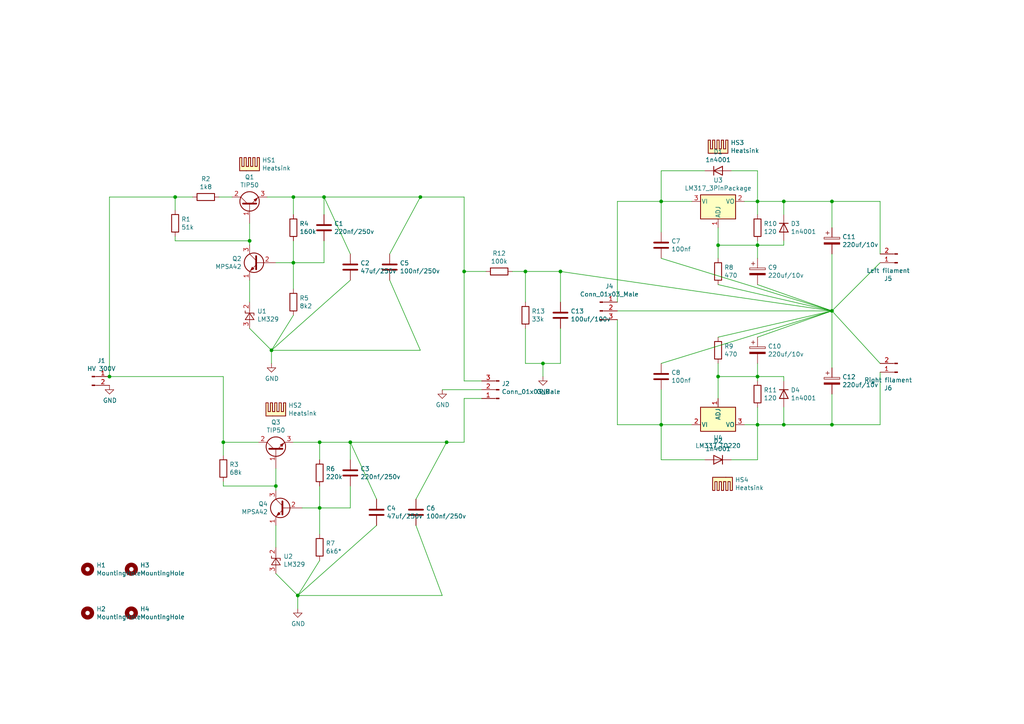
<source format=kicad_sch>
(kicad_sch (version 20230121) (generator eeschema)
  (paper "A4")
  (title_block (title "His Master's Noise Power supply") (date "2020-04-15") (rev "1") (comment 4 "Design SY pcb by tiberiu vicol"))
  (lib_symbols
    (symbol "Device:C" (pin_numbers hide) (pin_names (offset 0.254))
      (property "Reference" "C" (at 0.635 2.54 0))
      (property "Value" "C" (at 0.635 -2.54 0))
      (symbol "C_0_1"
        (polyline (pts (xy -2.032 -0.762) (xy 2.032 -0.762)) (stroke (width 0.508)))
        (polyline (pts (xy -2.032 0.762) (xy 2.032 0.762)) (stroke (width 0.508)))
      )
      (symbol "C_1_1"
        (pin passive line (at 0 3.81 270) (length 2.794) (name "~") (number "1"))
        (pin passive line (at 0 -3.81 90) (length 2.794) (name "~") (number "2"))
      )
    )
    (symbol "Device:D" (pin_numbers hide) (pin_names (offset 1.016) hide)
      (property "Reference" "D" (at 0 2.54 0))
      (property "Value" "D" (at 0 -2.54 0))
      (symbol "D_0_1"
        (polyline (pts (xy -1.27 1.27) (xy -1.27 -1.27)) (stroke (width 0.254)))
        (polyline (pts (xy 1.27 0) (xy -1.27 0)))
        (polyline (pts (xy 1.27 1.27) (xy 1.27 -1.27) (xy -1.27 0) (xy 1.27 1.27)) (stroke (width 0.254)))
      )
      (symbol "D_1_1"
        (pin passive line (at -3.81 0 0) (length 2.54) (name "K") (number "1"))
        (pin passive line (at 3.81 0 180) (length 2.54) (name "A") (number "2"))
      )
    )
    (symbol "Device:R" (pin_numbers hide) (pin_names (offset 0))
      (property "Reference" "R" (at 2.032 0 90))
      (property "Value" "R" (at 0 0 90))
      (symbol "R_0_1"
        (rectangle (start -1.016 -2.54) (end 1.016 2.54) (stroke (width 0.254)))
      )
      (symbol "R_1_1"
        (pin passive line (at 0 3.81 270) (length 1.27) (name "~") (number "1"))
        (pin passive line (at 0 -3.81 90) (length 1.27) (name "~") (number "2"))
      )
    )
    (symbol "Mechanical:Heatsink" (pin_names (offset 1.016))
      (property "Reference" "HS" (at 0 5.08 0))
      (property "Value" "Heatsink" (at 0 -1.27 0))
      (symbol "Heatsink_0_1"
        (polyline (pts (xy -0.3302 1.27) (xy -0.9652 1.27) (xy -0.9652 3.81) (xy -1.6002 3.81) (xy -1.6002 1.27) (xy -2.2352 1.27) (xy -2.2352 3.81) (xy -2.8702 3.81) (xy -2.8702 0) (xy -0.9652 0)) (stroke (width 0.254)) (fill (type background)))
        (polyline (pts (xy -0.3302 1.27) (xy -0.3302 3.81) (xy 0.3048 3.81) (xy 0.3048 1.27) (xy 0.9398 1.27) (xy 0.9398 3.81) (xy 1.5748 3.81) (xy 1.5748 1.27) (xy 2.2098 1.27) (xy 2.2098 3.81) (xy 2.8448 3.81) (xy 2.8448 0) (xy -0.9652 0)) (stroke (width 0.254)) (fill (type background)))
      )
    )
    (symbol "Mechanical:MountingHole" (pin_names (offset 1.016))
      (property "Reference" "H" (at 0 5.08 0))
      (property "Value" "MountingHole" (at 0 3.175 0))
      (symbol "MountingHole_0_1"
        (circle (center 0 0) (radius 1.27) (stroke (width 1.27)))
      )
    )
    (symbol "Reference_Voltage:LM385BZ-2.5" (pin_names (offset 0.0254) hide)
      (property "Reference" "U" (at 0 2.54 0))
      (property "Value" "LM385BZ-2.5" (at 0 -3.175 0))
      (symbol "LM385BZ-2.5_0_1"
        (polyline (pts (xy -1.27 0) (xy 0 0) (xy 1.27 0)))
        (polyline (pts (xy -1.27 -1.27) (xy 0.635 0) (xy -1.27 1.27) (xy -1.27 -1.27)) (stroke (width 0.2032)))
        (polyline (pts (xy 0 -1.27) (xy 0.635 -1.27) (xy 0.635 1.27) (xy 1.27 1.27)) (stroke (width 0.2032)))
      )
      (symbol "LM385BZ-2.5_1_1"
        (pin passive line (at 3.81 0 180) (length 2.54) (name "K") (number "2"))
        (pin passive line (at -3.81 0 0) (length 2.54) (name "A") (number "3"))
      )
    )
    (symbol "Regulator_Linear:LM337_TO220" (pin_names (offset 0.254))
      (property "Reference" "U" (at -3.81 -3.175 0))
      (property "Value" "LM337_TO220" (at 0 -3.175 0))
      (symbol "LM337_TO220_0_1"
        (rectangle (start -5.08 5.08) (end 5.08 -1.905) (stroke (width 0.254)) (fill (type background)))
      )
      (symbol "LM337_TO220_1_1"
        (pin input line (at 0 7.62 270) (length 2.54) (name "ADJ") (number "1"))
        (pin power_in line (at -7.62 0 0) (length 2.54) (name "VI") (number "2"))
        (pin power_out line (at 7.62 0 180) (length 2.54) (name "VO") (number "3"))
      )
    )
    (symbol "Transistor_BJT:MPSA42" (pin_names (offset 1.016) hide)
      (property "Reference" "Q" (at 5.08 1.905 0))
      (property "Value" "MPSA42" (at 5.08 0 0))
      (symbol "MPSA42_0_1"
        (polyline (pts (xy 0 0) (xy 0.635 0)))
        (polyline (pts (xy 0.635 0.635) (xy 2.54 2.54)))
        (polyline (pts (xy 0.635 -0.635) (xy 2.54 -2.54) (xy 2.54 -2.54)))
        (polyline (pts (xy 0.635 1.905) (xy 0.635 -1.905) (xy 0.635 -1.905)) (stroke (width 0.508)))
        (polyline (pts (xy 1.27 -1.778) (xy 1.778 -1.27) (xy 2.286 -2.286) (xy 1.27 -1.778) (xy 1.27 -1.778)) (fill (type outline)))
        (circle (center 1.27 0) (radius 2.8194) (stroke (width 0.254)))
      )
      (symbol "MPSA42_1_1"
        (pin passive line (at 2.54 -5.08 90) (length 2.54) (name "E") (number "1"))
        (pin input line (at -5.08 0 0) (length 5.08) (name "B") (number "2"))
        (pin passive line (at 2.54 5.08 270) (length 2.54) (name "C") (number "3"))
      )
    )
    (symbol "Transistor_BJT:TIP41C" (pin_names (offset 0) hide)
      (property "Reference" "Q" (at 6.35 1.905 0))
      (property "Value" "TIP41C" (at 6.35 0 0))
      (symbol "TIP41C_0_1"
        (polyline (pts (xy 0.635 0.635) (xy 2.54 2.54)))
        (polyline (pts (xy 0.635 -0.635) (xy 2.54 -2.54) (xy 2.54 -2.54)))
        (polyline (pts (xy 0.635 1.905) (xy 0.635 -1.905) (xy 0.635 -1.905)) (stroke (width 0.508)))
        (polyline (pts (xy 1.27 -1.778) (xy 1.778 -1.27) (xy 2.286 -2.286) (xy 1.27 -1.778) (xy 1.27 -1.778)) (fill (type outline)))
        (circle (center 1.27 0) (radius 2.8194) (stroke (width 0.254)))
      )
      (symbol "TIP41C_1_1"
        (pin input line (at -5.08 0 0) (length 5.715) (name "B") (number "1"))
        (pin passive line (at 2.54 5.08 270) (length 2.54) (name "C") (number "2"))
        (pin passive line (at 2.54 -5.08 90) (length 2.54) (name "E") (number "3"))
      )
    )
    (symbol "hmn_ps-rescue:CP-Device" (pin_numbers hide) (pin_names (offset 0.254))
      (property "Reference" "C" (at 0.635 2.54 0))
      (property "Value" "Device_CP" (at 0.635 -2.54 0))
      (symbol "CP-Device_0_1"
        (rectangle (start -2.286 0.508) (end 2.286 1.016))
        (polyline (pts (xy -1.778 2.286) (xy -0.762 2.286)))
        (polyline (pts (xy -1.27 2.794) (xy -1.27 1.778)))
        (rectangle (start 2.286 -0.508) (end -2.286 -1.016) (fill (type outline)))
      )
      (symbol "CP-Device_1_1"
        (pin passive line (at 0 3.81 270) (length 2.794) (name "~") (number "1"))
        (pin passive line (at 0 -3.81 90) (length 2.794) (name "~") (number "2"))
      )
    )
    (symbol "hmn_ps-rescue:Conn_01x02_Male-Connector" (pin_names (offset 1.016) hide)
      (property "Reference" "J" (at 0 2.54 0))
      (property "Value" "Connector_Conn_01x02_Male" (at 0 -5.08 0))
      (symbol "Conn_01x02_Male-Connector_1_1"
        (polyline (pts (xy 1.27 -2.54) (xy 0.8636 -2.54)) (stroke (width 0.1524)))
        (polyline (pts (xy 1.27 0) (xy 0.8636 0)) (stroke (width 0.1524)))
        (rectangle (start 0.8636 -2.413) (end 0 -2.667) (stroke (width 0.1524)) (fill (type outline)))
        (rectangle (start 0.8636 0.127) (end 0 -0.127) (stroke (width 0.1524)) (fill (type outline)))
        (pin passive line (at 5.08 0 180) (length 3.81) (name "Pin_1") (number "1"))
        (pin passive line (at 5.08 -2.54 180) (length 3.81) (name "Pin_2") (number "2"))
      )
    )
    (symbol "hmn_ps-rescue:Conn_01x03_Male-Connector" (pin_names (offset 1.016) hide)
      (property "Reference" "J" (at 0 5.08 0))
      (property "Value" "Connector_Conn_01x03_Male" (at 0 -5.08 0))
      (symbol "Conn_01x03_Male-Connector_1_1"
        (polyline (pts (xy 1.27 -2.54) (xy 0.8636 -2.54)) (stroke (width 0.1524)))
        (polyline (pts (xy 1.27 0) (xy 0.8636 0)) (stroke (width 0.1524)))
        (polyline (pts (xy 1.27 2.54) (xy 0.8636 2.54)) (stroke (width 0.1524)))
        (rectangle (start 0.8636 -2.413) (end 0 -2.667) (stroke (width 0.1524)) (fill (type outline)))
        (rectangle (start 0.8636 0.127) (end 0 -0.127) (stroke (width 0.1524)) (fill (type outline)))
        (rectangle (start 0.8636 2.667) (end 0 2.413) (stroke (width 0.1524)) (fill (type outline)))
        (pin passive line (at 5.08 2.54 180) (length 3.81) (name "Pin_1") (number "1"))
        (pin passive line (at 5.08 0 180) (length 3.81) (name "Pin_2") (number "2"))
        (pin passive line (at 5.08 -2.54 180) (length 3.81) (name "Pin_3") (number "3"))
      )
    )
    (symbol "hmn_ps-rescue:LM317_3PinPackage-Regulator_Linear" (pin_names (offset 0.254))
      (property "Reference" "U" (at -3.81 3.175 0))
      (property "Value" "Regulator_Linear_LM317_3PinPackage" (at 0 3.175 0))
      (symbol "LM317_3PinPackage-Regulator_Linear_0_1"
        (rectangle (start -5.08 1.905) (end 5.08 -5.08) (stroke (width 0.254)) (fill (type background)))
      )
      (symbol "LM317_3PinPackage-Regulator_Linear_1_1"
        (pin input line (at 0 -7.62 90) (length 2.54) (name "ADJ") (number "1"))
        (pin power_out line (at 7.62 0 180) (length 2.54) (name "VO") (number "2"))
        (pin power_in line (at -7.62 0 0) (length 2.54) (name "VI") (number "3"))
      )
    )
    (symbol "power:GND" (power) (pin_names (offset 0))
      (property "Value" "GND" (at 0 -3.81 0))
      (symbol "GND_0_1"
        (polyline (pts (xy 0 0) (xy 0 -1.27) (xy 1.27 -1.27) (xy 0 -2.54) (xy -1.27 -1.27) (xy 0 -1.27)))
      )
      (symbol "GND_1_1"
        (pin power_in line (at 0 0 270) (length 0) hide (name "GND") (number "1"))
      )
    )
  )
  (junction (at 241.3 123.19))
  (junction (at 191.77 123.19))
  (junction (at 93.98 57.15))
  (junction (at 80.01 140.97))
  (junction (at 208.28 109.22))
  (junction (at 208.28 71.12))
  (junction (at 227.33 123.19))
  (junction (at 85.09 76.2))
  (junction (at 92.71 147.32))
  (junction (at 86.36 172.72))
  (junction (at 92.71 128.27))
  (junction (at 50.8 57.15))
  (junction (at 227.33 58.42))
  (junction (at 85.09 57.15))
  (junction (at 191.77 58.42))
  (junction (at 121.92 57.15))
  (junction (at 64.77 128.27))
  (junction (at 162.56 78.74))
  (junction (at 152.4 78.74))
  (junction (at 129.54 128.27))
  (junction (at 31.75 109.22))
  (junction (at 241.3 90.17))
  (junction (at 157.48 105.41))
  (junction (at 219.71 109.22))
  (junction (at 78.74 101.6))
  (junction (at 72.39 69.85))
  (junction (at 219.71 71.12))
  (junction (at 134.62 78.74))
  (junction (at 101.6 128.27))
  (junction (at 219.71 123.19))
  (junction (at 219.71 58.42))
  (junction (at 241.3 58.42))
  (wire (pts (xy 134.62 110.49) (xy 139.7 110.49)))
  (wire (pts (xy 92.71 140.97) (xy 92.71 147.32)))
  (wire (pts (xy 219.71 69.85) (xy 219.71 71.12)))
  (wire (pts (xy 255.27 73.66) (xy 255.27 58.42)))
  (wire (pts (xy 227.33 58.42) (xy 219.71 58.42)))
  (wire (pts (xy 109.22 152.4) (xy 86.36 172.72)))
  (wire (pts (xy 255.27 107.95) (xy 255.27 123.19)))
  (wire (pts (xy 204.47 133.35) (xy 191.77 133.35)))
  (wire (pts (xy 179.07 92.71) (xy 179.07 123.19)))
  (wire (pts (xy 219.71 58.42) (xy 219.71 49.53)))
  (wire (pts (xy 134.62 57.15) (xy 134.62 78.74)))
  (wire (pts (xy 208.28 105.41) (xy 208.28 109.22)))
  (wire (pts (xy 162.56 78.74) (xy 241.3 90.17)))
  (wire (pts (xy 78.74 101.6) (xy 121.92 101.6)))
  (wire (pts (xy 101.6 128.27) (xy 129.54 128.27)))
  (wire (pts (xy 152.4 95.25) (xy 152.4 105.41)))
  (wire (pts (xy 255.27 58.42) (xy 241.3 58.42)))
  (wire (pts (xy 93.98 57.15) (xy 93.98 62.23)))
  (wire (pts (xy 134.62 128.27) (xy 134.62 115.57)))
  (wire (pts (xy 78.74 101.6) (xy 85.09 91.44)))
  (wire (pts (xy 148.59 78.74) (xy 152.4 78.74)))
  (wire (pts (xy 208.28 82.55) (xy 241.3 90.17)))
  (wire (pts (xy 109.22 144.78) (xy 101.6 128.27)))
  (wire (pts (xy 85.09 69.85) (xy 85.09 76.2)))
  (wire (pts (xy 179.07 87.63) (xy 179.07 58.42)))
  (wire (pts (xy 86.36 172.72) (xy 92.71 162.56)))
  (wire (pts (xy 227.33 62.23) (xy 227.33 58.42)))
  (wire (pts (xy 200.66 58.42) (xy 191.77 58.42)))
  (wire (pts (xy 50.8 68.58) (xy 50.8 69.85)))
  (wire (pts (xy 80.01 142.24) (xy 80.01 140.97)))
  (wire (pts (xy 208.28 109.22) (xy 208.28 115.57)))
  (wire (pts (xy 241.3 66.04) (xy 241.3 58.42)))
  (wire (pts (xy 162.56 87.63) (xy 162.56 78.74)))
  (wire (pts (xy 134.62 78.74) (xy 134.62 110.49)))
  (wire (pts (xy 64.77 139.7) (xy 64.77 140.97)))
  (wire (pts (xy 179.07 123.19) (xy 191.77 123.19)))
  (wire (pts (xy 31.75 57.15) (xy 50.8 57.15)))
  (wire (pts (xy 92.71 147.32) (xy 92.71 154.94)))
  (wire (pts (xy 219.71 82.55) (xy 241.3 90.17)))
  (wire (pts (xy 241.3 90.17) (xy 179.07 90.17)))
  (wire (pts (xy 93.98 57.15) (xy 121.92 57.15)))
  (wire (pts (xy 50.8 57.15) (xy 55.88 57.15)))
  (wire (pts (xy 86.36 176.53) (xy 86.36 172.72)))
  (wire (pts (xy 85.09 57.15) (xy 93.98 57.15)))
  (wire (pts (xy 227.33 71.12) (xy 227.33 69.85)))
  (wire (pts (xy 101.6 81.28) (xy 78.74 101.6)))
  (wire (pts (xy 134.62 128.27) (xy 129.54 128.27)))
  (wire (pts (xy 219.71 71.12) (xy 227.33 71.12)))
  (wire (pts (xy 101.6 140.97) (xy 101.6 147.32)))
  (wire (pts (xy 204.47 49.53) (xy 191.77 49.53)))
  (wire (pts (xy 219.71 133.35) (xy 219.71 123.19)))
  (wire (pts (xy 227.33 110.49) (xy 227.33 109.22)))
  (wire (pts (xy 227.33 109.22) (xy 219.71 109.22)))
  (wire (pts (xy 219.71 109.22) (xy 208.28 109.22)))
  (wire (pts (xy 80.01 166.37) (xy 86.36 172.72)))
  (wire (pts (xy 241.3 90.17) (xy 241.3 106.68)))
  (wire (pts (xy 219.71 97.79) (xy 241.3 90.17)))
  (wire (pts (xy 152.4 105.41) (xy 157.48 105.41)))
  (wire (pts (xy 101.6 73.66) (xy 93.98 57.15)))
  (wire (pts (xy 113.03 81.28) (xy 121.92 101.6)))
  (wire (pts (xy 72.39 87.63) (xy 72.39 81.28)))
  (wire (pts (xy 92.71 128.27) (xy 101.6 128.27)))
  (wire (pts (xy 63.5 57.15) (xy 67.31 57.15)))
  (wire (pts (xy 191.77 123.19) (xy 200.66 123.19)))
  (wire (pts (xy 219.71 74.93) (xy 219.71 71.12)))
  (wire (pts (xy 120.65 152.4) (xy 128.27 172.72)))
  (wire (pts (xy 80.01 158.75) (xy 80.01 152.4)))
  (wire (pts (xy 191.77 74.93) (xy 241.3 90.17)))
  (wire (pts (xy 162.56 105.41) (xy 162.56 95.25)))
  (wire (pts (xy 72.39 95.25) (xy 78.74 101.6)))
  (wire (pts (xy 191.77 105.41) (xy 241.3 90.17)))
  (wire (pts (xy 241.3 123.19) (xy 227.33 123.19)))
  (wire (pts (xy 208.28 66.04) (xy 208.28 71.12)))
  (wire (pts (xy 64.77 140.97) (xy 80.01 140.97)))
  (wire (pts (xy 50.8 69.85) (xy 72.39 69.85)))
  (wire (pts (xy 219.71 110.49) (xy 219.71 109.22)))
  (wire (pts (xy 92.71 128.27) (xy 92.71 133.35)))
  (wire (pts (xy 134.62 115.57) (xy 139.7 115.57)))
  (wire (pts (xy 152.4 78.74) (xy 152.4 87.63)))
  (wire (pts (xy 80.01 76.2) (xy 85.09 76.2)))
  (wire (pts (xy 93.98 69.85) (xy 93.98 76.2)))
  (wire (pts (xy 255.27 123.19) (xy 241.3 123.19)))
  (wire (pts (xy 157.48 105.41) (xy 162.56 105.41)))
  (wire (pts (xy 77.47 57.15) (xy 85.09 57.15)))
  (wire (pts (xy 31.75 109.22) (xy 31.75 57.15)))
  (wire (pts (xy 85.09 57.15) (xy 85.09 62.23)))
  (wire (pts (xy 219.71 105.41) (xy 219.71 109.22)))
  (wire (pts (xy 241.3 58.42) (xy 227.33 58.42)))
  (wire (pts (xy 162.56 78.74) (xy 152.4 78.74)))
  (wire (pts (xy 120.65 144.78) (xy 129.54 128.27)))
  (wire (pts (xy 78.74 105.41) (xy 78.74 101.6)))
  (wire (pts (xy 157.48 105.41) (xy 157.48 109.22)))
  (wire (pts (xy 72.39 69.85) (xy 72.39 64.77)))
  (wire (pts (xy 50.8 60.96) (xy 50.8 57.15)))
  (wire (pts (xy 255.27 105.41) (xy 241.3 90.17)))
  (wire (pts (xy 93.98 76.2) (xy 85.09 76.2)))
  (wire (pts (xy 113.03 73.66) (xy 121.92 57.15)))
  (wire (pts (xy 31.75 109.22) (xy 64.77 109.22)))
  (wire (pts (xy 101.6 128.27) (xy 101.6 133.35)))
  (wire (pts (xy 219.71 71.12) (xy 208.28 71.12)))
  (wire (pts (xy 85.09 76.2) (xy 85.09 83.82)))
  (wire (pts (xy 219.71 58.42) (xy 219.71 62.23)))
  (wire (pts (xy 227.33 118.11) (xy 227.33 123.19)))
  (wire (pts (xy 215.9 123.19) (xy 219.71 123.19)))
  (wire (pts (xy 64.77 109.22) (xy 64.77 128.27)))
  (wire (pts (xy 215.9 58.42) (xy 219.71 58.42)))
  (wire (pts (xy 64.77 128.27) (xy 74.93 128.27)))
  (wire (pts (xy 140.97 78.74) (xy 134.62 78.74)))
  (wire (pts (xy 86.36 172.72) (xy 128.27 172.72)))
  (wire (pts (xy 219.71 123.19) (xy 219.71 118.11)))
  (wire (pts (xy 241.3 114.3) (xy 241.3 123.19)))
  (wire (pts (xy 179.07 58.42) (xy 191.77 58.42)))
  (wire (pts (xy 227.33 123.19) (xy 219.71 123.19)))
  (wire (pts (xy 139.7 113.03) (xy 128.27 113.03)))
  (wire (pts (xy 80.01 140.97) (xy 80.01 135.89)))
  (wire (pts (xy 241.3 73.66) (xy 241.3 90.17)))
  (wire (pts (xy 85.09 128.27) (xy 92.71 128.27)))
  (wire (pts (xy 208.28 71.12) (xy 208.28 74.93)))
  (wire (pts (xy 241.3 90.17) (xy 208.28 97.79)))
  (wire (pts (xy 219.71 49.53) (xy 212.09 49.53)))
  (wire (pts (xy 191.77 133.35) (xy 191.77 123.19)))
  (wire (pts (xy 212.09 133.35) (xy 219.71 133.35)))
  (wire (pts (xy 255.27 76.2) (xy 241.3 90.17)))
  (wire (pts (xy 72.39 71.12) (xy 72.39 69.85)))
  (wire (pts (xy 87.63 147.32) (xy 92.71 147.32)))
  (wire (pts (xy 191.77 58.42) (xy 191.77 67.31)))
  (wire (pts (xy 64.77 132.08) (xy 64.77 128.27)))
  (wire (pts (xy 191.77 49.53) (xy 191.77 58.42)))
  (wire (pts (xy 101.6 147.32) (xy 92.71 147.32)))
  (wire (pts (xy 191.77 113.03) (xy 191.77 123.19)))
  (wire (pts (xy 121.92 57.15) (xy 134.62 57.15)))
  (symbol (lib_id "Transistor_BJT:TIP41C") (at 72.39 59.69 90) (unit 1)
    (property "Reference" "Q1" (at 72.39 51.3588 90))
    (property "Value" "TIP50" (at 72.39 53.6702 90))
    (property "Footprint" "Package_TO_SOT_THT:TO-220-3_Vertical" (effects hide))
    (property "Datasheet" "https://www.centralsemi.com/get_document.php?cmp=1&mergetype=pd&mergepath=pd&pdf_id=tip41.PDF" (effects hide))
  )
  (symbol (lib_id "Transistor_BJT:MPSA42") (at 74.93 76.2 0) (mirror y) (unit 1)
    (property "Reference" "Q2" (at 70.0786 75.0316 0) (effects (justify left)))
    (property "Value" "MPSA42" (at 70.0786 77.343 0) (effects (justify left)))
    (property "Footprint" "Package_TO_SOT_THT:TO-92_Inline" (effects hide))
    (property "Datasheet" "http://www.onsemi.com/pub_link/Collateral/MPSA42-D.PDF" (effects hide))
  )
  (symbol (lib_id "Reference_Voltage:LM385BZ-2.5") (at 72.39 91.44 90) (unit 1)
    (property "Reference" "U1" (at 74.5998 90.2716 90) (effects (justify right)))
    (property "Value" "LM329" (at 74.5998 92.583 90) (effects (justify right)))
    (property "Footprint" "Package_TO_SOT_THT:TO-92_Inline_Wide" (effects hide))
    (property "Datasheet" "http://www.onsemi.com/pub_link/Collateral/LM285-D.PDF" (effects hide))
  )
  (symbol (lib_id "hmn_ps-rescue:LM317_3PinPackage-Regulator_Linear") (at 208.28 58.42 0) (unit 1)
    (property "Reference" "U3" (at 208.28 52.2732 0))
    (property "Value" "LM317_3PinPackage" (at 208.28 54.5846 0))
    (property "Footprint" "Package_TO_SOT_THT:TO-220F-3_Vertical" (effects hide))
    (property "Datasheet" "http://www.ti.com/lit/ds/symlink/lm317.pdf" (effects hide))
  )
  (symbol (lib_id "Regulator_Linear:LM337_TO220") (at 208.28 123.19 0) (unit 1)
    (property "Reference" "U4" (at 208.28 126.9746 0))
    (property "Value" "LM337_TO220" (at 208.28 129.286 0))
    (property "Footprint" "Package_TO_SOT_THT:TO-220F-3_Vertical" (effects hide))
    (property "Datasheet" "http://www.ti.com/lit/ds/symlink/lm337-n.pdf" (effects hide))
  )
  (symbol (lib_id "Device:R") (at 59.69 57.15 270) (unit 1)
    (property "Reference" "R2" (at 59.69 51.8922 90))
    (property "Value" "1k8" (at 59.69 54.2036 90))
    (property "Footprint" "Resistor_THT:R_Axial_DIN0414_L11.9mm_D4.5mm_P20.32mm_Horizontal" (effects hide))
  )
  (symbol (lib_id "Device:R") (at 50.8 64.77 180) (unit 1)
    (property "Reference" "R1" (at 52.578 63.6016 0) (effects (justify right)))
    (property "Value" "51k" (at 52.578 65.913 0) (effects (justify right)))
    (property "Footprint" "Resistor_THT:R_Axial_DIN0207_L6.3mm_D2.5mm_P10.16mm_Horizontal" (effects hide))
  )
  (symbol (lib_id "Device:R") (at 85.09 66.04 180) (unit 1)
    (property "Reference" "R4" (at 86.868 64.8716 0) (effects (justify right)))
    (property "Value" "160k" (at 86.868 67.183 0) (effects (justify right)))
    (property "Footprint" "Resistor_THT:R_Axial_DIN0207_L6.3mm_D2.5mm_P10.16mm_Horizontal" (effects hide))
  )
  (symbol (lib_id "Device:R") (at 85.09 87.63 180) (unit 1)
    (property "Reference" "R5" (at 86.868 86.4616 0) (effects (justify right)))
    (property "Value" "8k2" (at 86.868 88.773 0) (effects (justify right)))
    (property "Footprint" "Resistor_THT:R_Axial_DIN0207_L6.3mm_D2.5mm_P10.16mm_Horizontal" (effects hide))
  )
  (symbol (lib_id "Device:C") (at 93.98 66.04 0) (unit 1)
    (property "Reference" "C1" (at 96.901 64.8716 0) (effects (justify left)))
    (property "Value" "220nf/250v" (at 96.901 67.183 0) (effects (justify left)))
    (property "Footprint" "Capacitor_THT:C_Rect_L13.0mm_W6.0mm_P10.00mm_FKS3_FKP3_MKS4" (effects hide))
  )
  (symbol (lib_id "Device:C") (at 101.6 77.47 0) (unit 1)
    (property "Reference" "C2" (at 104.521 76.3016 0) (effects (justify left)))
    (property "Value" "47uf/250v" (at 104.521 78.613 0) (effects (justify left)))
    (property "Footprint" "Capacitor_THT:CP_Radial_D18.0mm_P7.50mm" (effects hide))
  )
  (symbol (lib_id "Device:C") (at 113.03 77.47 0) (unit 1)
    (property "Reference" "C5" (at 115.951 76.3016 0) (effects (justify left)))
    (property "Value" "100nf/250v" (at 115.951 78.613 0) (effects (justify left)))
    (property "Footprint" "Capacitor_THT:C_Rect_L13.0mm_W4.0mm_P10.00mm_FKS3_FKP3_MKS4" (effects hide))
  )
  (symbol (lib_id "power:GND") (at 78.74 105.41 0) (unit 1)
    (property "Reference" "#PWR0101" (effects hide))
    (property "Value" "GND" (at 78.867 109.8042 0))
  )
  (symbol (lib_id "Transistor_BJT:TIP41C") (at 80.01 130.81 90) (unit 1)
    (property "Reference" "Q3" (at 80.01 122.4788 90))
    (property "Value" "TIP50" (at 80.01 124.7902 90))
    (property "Footprint" "Package_TO_SOT_THT:TO-220-3_Vertical" (effects hide))
    (property "Datasheet" "https://www.centralsemi.com/get_document.php?cmp=1&mergetype=pd&mergepath=pd&pdf_id=tip41.PDF" (effects hide))
  )
  (symbol (lib_id "Transistor_BJT:MPSA42") (at 82.55 147.32 0) (mirror y) (unit 1)
    (property "Reference" "Q4" (at 77.6986 146.1516 0) (effects (justify left)))
    (property "Value" "MPSA42" (at 77.6986 148.463 0) (effects (justify left)))
    (property "Footprint" "Package_TO_SOT_THT:TO-92_Inline" (effects hide))
    (property "Datasheet" "http://www.onsemi.com/pub_link/Collateral/MPSA42-D.PDF" (effects hide))
  )
  (symbol (lib_id "Reference_Voltage:LM385BZ-2.5") (at 80.01 162.56 90) (unit 1)
    (property "Reference" "U2" (at 82.2198 161.3916 90) (effects (justify right)))
    (property "Value" "LM329" (at 82.2198 163.703 90) (effects (justify right)))
    (property "Footprint" "Package_TO_SOT_THT:TO-92_Inline_Wide" (effects hide))
    (property "Datasheet" "http://www.onsemi.com/pub_link/Collateral/LM285-D.PDF" (effects hide))
  )
  (symbol (lib_id "Device:R") (at 64.77 135.89 180) (unit 1)
    (property "Reference" "R3" (at 66.548 134.7216 0) (effects (justify right)))
    (property "Value" "68k" (at 66.548 137.033 0) (effects (justify right)))
    (property "Footprint" "Resistor_THT:R_Axial_DIN0207_L6.3mm_D2.5mm_P10.16mm_Horizontal" (effects hide))
  )
  (symbol (lib_id "Device:R") (at 92.71 137.16 180) (unit 1)
    (property "Reference" "R6" (at 94.488 135.9916 0) (effects (justify right)))
    (property "Value" "220k" (at 94.488 138.303 0) (effects (justify right)))
    (property "Footprint" "Resistor_THT:R_Axial_DIN0207_L6.3mm_D2.5mm_P10.16mm_Horizontal" (effects hide))
  )
  (symbol (lib_id "Device:R") (at 92.71 158.75 180) (unit 1)
    (property "Reference" "R7" (at 94.488 157.5816 0) (effects (justify right)))
    (property "Value" "6k6*" (at 94.488 159.893 0) (effects (justify right)))
    (property "Footprint" "Resistor_THT:R_Axial_DIN0207_L6.3mm_D2.5mm_P10.16mm_Horizontal" (effects hide))
  )
  (symbol (lib_id "Device:C") (at 101.6 137.16 0) (unit 1)
    (property "Reference" "C3" (at 104.521 135.9916 0) (effects (justify left)))
    (property "Value" "220nf/250v" (at 104.521 138.303 0) (effects (justify left)))
    (property "Footprint" "Capacitor_THT:C_Rect_L13.0mm_W6.0mm_P10.00mm_FKS3_FKP3_MKS4" (effects hide))
  )
  (symbol (lib_id "Device:C") (at 109.22 148.59 0) (unit 1)
    (property "Reference" "C4" (at 112.141 147.4216 0) (effects (justify left)))
    (property "Value" "47uf/250v" (at 112.141 149.733 0) (effects (justify left)))
    (property "Footprint" "Capacitor_THT:CP_Radial_D18.0mm_P7.50mm" (effects hide))
  )
  (symbol (lib_id "Device:C") (at 120.65 148.59 0) (unit 1)
    (property "Reference" "C6" (at 123.571 147.4216 0) (effects (justify left)))
    (property "Value" "100nf/250v" (at 123.571 149.733 0) (effects (justify left)))
    (property "Footprint" "Capacitor_THT:C_Rect_L13.0mm_W4.0mm_P10.00mm_FKS3_FKP3_MKS4" (effects hide))
  )
  (symbol (lib_id "power:GND") (at 86.36 176.53 0) (unit 1)
    (property "Reference" "#PWR0102" (effects hide))
    (property "Value" "GND" (at 86.487 180.9242 0))
  )
  (symbol (lib_id "Device:R") (at 208.28 78.74 180) (unit 1)
    (property "Reference" "R8" (at 210.058 77.5716 0) (effects (justify right)))
    (property "Value" "470" (at 210.058 79.883 0) (effects (justify right)))
    (property "Footprint" "Resistor_THT:R_Axial_DIN0207_L6.3mm_D2.5mm_P10.16mm_Horizontal" (effects hide))
  )
  (symbol (lib_id "Device:R") (at 208.28 101.6 180) (unit 1)
    (property "Reference" "R9" (at 210.058 100.4316 0) (effects (justify right)))
    (property "Value" "470" (at 210.058 102.743 0) (effects (justify right)))
    (property "Footprint" "Resistor_THT:R_Axial_DIN0207_L6.3mm_D2.5mm_P10.16mm_Horizontal" (effects hide))
  )
  (symbol (lib_id "Device:R") (at 219.71 66.04 180) (unit 1)
    (property "Reference" "R10" (at 221.488 64.8716 0) (effects (justify right)))
    (property "Value" "120" (at 221.488 67.183 0) (effects (justify right)))
    (property "Footprint" "Resistor_THT:R_Axial_DIN0207_L6.3mm_D2.5mm_P10.16mm_Horizontal" (effects hide))
  )
  (symbol (lib_id "Device:R") (at 219.71 114.3 180) (unit 1)
    (property "Reference" "R11" (at 221.488 113.1316 0) (effects (justify right)))
    (property "Value" "120" (at 221.488 115.443 0) (effects (justify right)))
    (property "Footprint" "Resistor_THT:R_Axial_DIN0207_L6.3mm_D2.5mm_P10.16mm_Horizontal" (effects hide))
  )
  (symbol (lib_id "Device:C") (at 191.77 71.12 0) (unit 1)
    (property "Reference" "C7" (at 194.691 69.9516 0) (effects (justify left)))
    (property "Value" "100nf" (at 194.691 72.263 0) (effects (justify left)))
    (property "Footprint" "Capacitor_THT:C_Rect_L7.5mm_W6.5mm_P5.00mm" (effects hide))
  )
  (symbol (lib_id "Device:C") (at 191.77 109.22 0) (unit 1)
    (property "Reference" "C8" (at 194.691 108.0516 0) (effects (justify left)))
    (property "Value" "100nf" (at 194.691 110.363 0) (effects (justify left)))
    (property "Footprint" "Capacitor_THT:C_Rect_L7.5mm_W6.5mm_P5.00mm" (effects hide))
  )
  (symbol (lib_id "Device:D") (at 208.28 49.53 0) (unit 1)
    (property "Reference" "D1" (at 208.28 44.0436 0))
    (property "Value" "1n4001" (at 208.28 46.355 0))
    (property "Footprint" "Diode_THT:D_DO-41_SOD81_P7.62mm_Horizontal" (effects hide))
  )
  (symbol (lib_id "Device:D") (at 208.28 133.35 180) (unit 1)
    (property "Reference" "D2" (at 208.28 127.8636 0))
    (property "Value" "1n4001" (at 208.28 130.175 0))
    (property "Footprint" "Diode_THT:D_DO-41_SOD81_P7.62mm_Horizontal" (effects hide))
  )
  (symbol (lib_id "Device:D") (at 227.33 66.04 270) (unit 1)
    (property "Reference" "D3" (at 229.3366 64.8716 90) (effects (justify left)))
    (property "Value" "1n4001" (at 229.3366 67.183 90) (effects (justify left)))
    (property "Footprint" "Diode_THT:D_DO-41_SOD81_P7.62mm_Horizontal" (effects hide))
  )
  (symbol (lib_id "Device:D") (at 227.33 114.3 270) (unit 1)
    (property "Reference" "D4" (at 229.3366 113.1316 90) (effects (justify left)))
    (property "Value" "1n4001" (at 229.3366 115.443 90) (effects (justify left)))
    (property "Footprint" "Diode_THT:D_DO-41_SOD81_P7.62mm_Horizontal" (effects hide))
  )
  (symbol (lib_id "hmn_ps-rescue:CP-Device") (at 219.71 78.74 0) (unit 1)
    (property "Reference" "C9" (at 222.7072 77.5716 0) (effects (justify left)))
    (property "Value" "220uf/10v" (at 222.7072 79.883 0) (effects (justify left)))
    (property "Footprint" "Capacitor_THT:C_Radial_D6.3mm_H11.0mm_P2.50mm" (effects hide))
  )
  (symbol (lib_id "hmn_ps-rescue:CP-Device") (at 241.3 69.85 0) (unit 1)
    (property "Reference" "C11" (at 244.2972 68.6816 0) (effects (justify left)))
    (property "Value" "220uf/10v" (at 244.2972 70.993 0) (effects (justify left)))
    (property "Footprint" "Capacitor_THT:C_Radial_D6.3mm_H11.0mm_P2.50mm" (effects hide))
  )
  (symbol (lib_id "hmn_ps-rescue:CP-Device") (at 219.71 101.6 0) (unit 1)
    (property "Reference" "C10" (at 222.7072 100.4316 0) (effects (justify left)))
    (property "Value" "220uf/10v" (at 222.7072 102.743 0) (effects (justify left)))
    (property "Footprint" "Capacitor_THT:C_Radial_D6.3mm_H11.0mm_P2.50mm" (effects hide))
  )
  (symbol (lib_id "hmn_ps-rescue:CP-Device") (at 241.3 110.49 0) (unit 1)
    (property "Reference" "C12" (at 244.2972 109.3216 0) (effects (justify left)))
    (property "Value" "220uf/10v" (at 244.2972 111.633 0) (effects (justify left)))
    (property "Footprint" "Capacitor_THT:C_Radial_D6.3mm_H11.0mm_P2.50mm" (effects hide))
  )
  (symbol (lib_id "Mechanical:Heatsink") (at 208.28 44.45 0) (unit 1)
    (property "Reference" "HS3" (at 211.8868 41.3766 0) (effects (justify left)))
    (property "Value" "Heatsink" (at 211.8868 43.688 0) (effects (justify left)))
    (property "Footprint" "Heatsink:Heatsink_Fischer_SK129-STS_42x25mm_2xDrill2.5mm" (effects hide))
  )
  (symbol (lib_id "Mechanical:Heatsink") (at 209.55 138.43 180) (unit 1)
    (property "Reference" "HS4" (at 213.1822 139.1666 0) (effects (justify right)))
    (property "Value" "Heatsink" (at 213.1822 141.478 0) (effects (justify right)))
    (property "Footprint" "Heatsink:Heatsink_Fischer_SK129-STS_42x25mm_2xDrill2.5mm" (effects hide))
  )
  (symbol (lib_id "Mechanical:Heatsink") (at 72.39 49.53 0) (unit 1)
    (property "Reference" "HS1" (at 75.9968 46.4566 0) (effects (justify left)))
    (property "Value" "Heatsink" (at 75.9968 48.768 0) (effects (justify left)))
    (property "Footprint" "Heatsink:Heatsink_Fischer_SK104-STC-STIC_35x13mm_2xDrill2.5mm" (effects hide))
  )
  (symbol (lib_id "Mechanical:Heatsink") (at 80.01 120.65 0) (unit 1)
    (property "Reference" "HS2" (at 83.6168 117.5766 0) (effects (justify left)))
    (property "Value" "Heatsink" (at 83.6168 119.888 0) (effects (justify left)))
    (property "Footprint" "Heatsink:Heatsink_Fischer_SK104-STC-STIC_35x13mm_2xDrill2.5mm" (effects hide))
  )
  (symbol (lib_id "hmn_ps-rescue:Conn_01x02_Male-Connector") (at 26.67 109.22 0) (unit 1)
    (property "Reference" "J1" (at 29.4132 104.6226 0))
    (property "Value" "HV 300V" (at 29.4132 106.934 0))
    (property "Footprint" "TerminalBlock:TerminalBlock_Altech_AK300-2_P5.00mm" (effects hide))
  )
  (symbol (lib_id "hmn_ps-rescue:Conn_01x02_Male-Connector") (at 260.35 76.2 180) (unit 1)
    (property "Reference" "J5" (at 257.6068 80.7974 0))
    (property "Value" "Left filament" (at 257.6068 78.486 0))
    (property "Footprint" "TerminalBlock:TerminalBlock_Altech_AK300-2_P5.00mm" (effects hide))
  )
  (symbol (lib_id "hmn_ps-rescue:Conn_01x02_Male-Connector") (at 260.35 107.95 180) (unit 1)
    (property "Reference" "J6" (at 257.6068 112.5474 0))
    (property "Value" "Right filament" (at 257.6068 110.236 0))
    (property "Footprint" "TerminalBlock:TerminalBlock_Altech_AK300-2_P5.00mm" (effects hide))
  )
  (symbol (lib_id "hmn_ps-rescue:Conn_01x03_Male-Connector") (at 173.99 90.17 0) (unit 1)
    (property "Reference" "J4" (at 176.7332 83.0326 0))
    (property "Value" "Conn_01x03_Male" (at 176.7332 85.344 0))
    (property "Footprint" "TerminalBlock:TerminalBlock_Altech_AK300-3_P5.00mm" (effects hide))
  )
  (symbol (lib_id "hmn_ps-rescue:Conn_01x03_Male-Connector") (at 144.78 113.03 180) (unit 1)
    (property "Reference" "J2" (at 145.4912 111.3028 0) (effects (justify right)))
    (property "Value" "Conn_01x03_Male" (at 145.4912 113.6142 0) (effects (justify right)))
    (property "Footprint" "TerminalBlock:TerminalBlock_Altech_AK300-3_P5.00mm" (effects hide))
  )
  (symbol (lib_id "power:GND") (at 128.27 113.03 0) (unit 1)
    (property "Reference" "#PWR0103" (effects hide))
    (property "Value" "GND" (at 128.397 117.4242 0))
  )
  (symbol (lib_id "power:GND") (at 31.75 111.76 0) (unit 1)
    (property "Reference" "#PWR0104" (effects hide))
    (property "Value" "GND" (at 31.877 116.1542 0))
  )
  (symbol (lib_id "Mechanical:MountingHole") (at 25.4 165.1 0) (unit 1)
    (property "Reference" "H1" (at 27.94 163.9316 0) (effects (justify left)))
    (property "Value" "MountingHole" (at 27.94 166.243 0) (effects (justify left)))
    (property "Footprint" "MountingHole:MountingHole_3.2mm_M3_Pad_Via" (effects hide))
  )
  (symbol (lib_id "Mechanical:MountingHole") (at 38.1 165.1 0) (unit 1)
    (property "Reference" "H3" (at 40.64 163.9316 0) (effects (justify left)))
    (property "Value" "MountingHole" (at 40.64 166.243 0) (effects (justify left)))
    (property "Footprint" "MountingHole:MountingHole_3.2mm_M3_Pad_Via" (effects hide))
  )
  (symbol (lib_id "Mechanical:MountingHole") (at 25.4 177.8 0) (unit 1)
    (property "Reference" "H2" (at 27.94 176.6316 0) (effects (justify left)))
    (property "Value" "MountingHole" (at 27.94 178.943 0) (effects (justify left)))
    (property "Footprint" "MountingHole:MountingHole_3.2mm_M3_Pad_Via" (effects hide))
  )
  (symbol (lib_id "Mechanical:MountingHole") (at 38.1 177.8 0) (unit 1)
    (property "Reference" "H4" (at 40.64 176.6316 0) (effects (justify left)))
    (property "Value" "MountingHole" (at 40.64 178.943 0) (effects (justify left)))
    (property "Footprint" "MountingHole:MountingHole_3.2mm_M3_Pad_Via" (effects hide))
  )
  (symbol (lib_id "Device:R") (at 144.78 78.74 270) (unit 1)
    (property "Reference" "R12" (at 144.78 73.4822 90))
    (property "Value" "100k" (at 144.78 75.7936 90))
    (property "Footprint" "Resistor_THT:R_Axial_DIN0414_L11.9mm_D4.5mm_P20.32mm_Horizontal" (effects hide))
  )
  (symbol (lib_id "Device:R") (at 152.4 91.44 180) (unit 1)
    (property "Reference" "R13" (at 154.178 90.2716 0) (effects (justify right)))
    (property "Value" "33k" (at 154.178 92.583 0) (effects (justify right)))
    (property "Footprint" "Resistor_THT:R_Axial_DIN0207_L6.3mm_D2.5mm_P10.16mm_Horizontal" (effects hide))
  )
  (symbol (lib_id "Device:C") (at 162.56 91.44 0) (unit 1)
    (property "Reference" "C13" (at 165.481 90.2716 0) (effects (justify left)))
    (property "Value" "100uf/100v" (at 165.481 92.583 0) (effects (justify left)))
    (property "Footprint" "Capacitor_THT:CP_Radial_D18.0mm_P7.50mm" (effects hide))
  )
  (symbol (lib_id "power:GND") (at 157.48 109.22 0) (unit 1)
    (property "Reference" "#PWR0105" (effects hide))
    (property "Value" "GND" (at 157.607 113.6142 0))
  )
)
</source>
